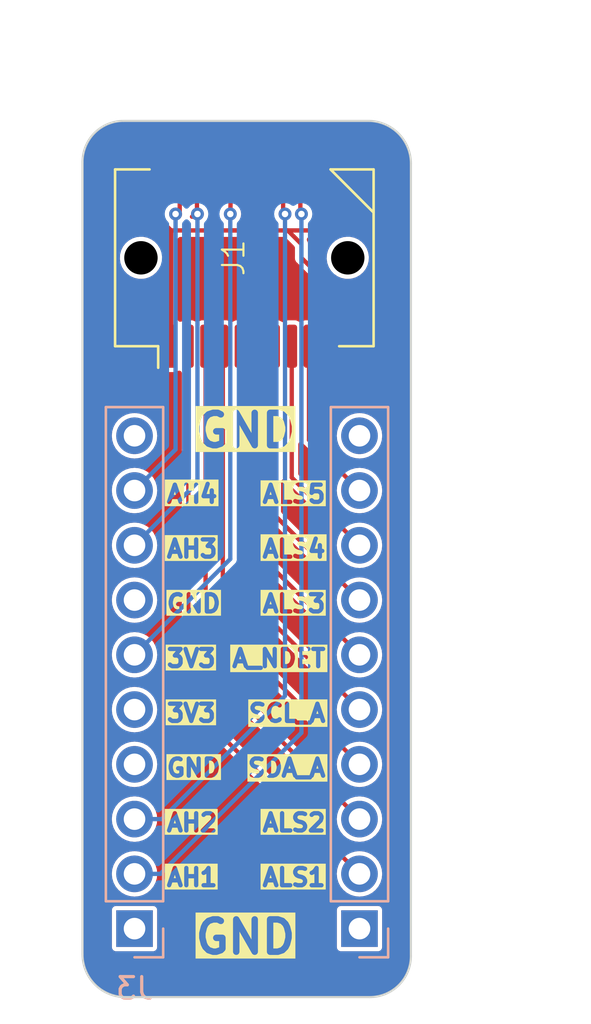
<source format=kicad_pcb>
(kicad_pcb (version 20221018) (generator pcbnew)
  (layers (0 "F.Cu" signal) (31 "B.Cu" signal) (34 "B.Paste" user) (35 "F.Paste" user) (36 "B.SilkS" user "B.Silkscreen") (37 "F.SilkS" user "F.Silkscreen") (38 "B.Mask" user) (39 "F.Mask" user) (44 "Edge.Cuts" user))
  (net 0 "")
  (net 1 "/GND")
  (net 2 "/LS1")
  (net 3 "/LS2")
  (net 4 "/SDA")
  (net 5 "/SCL")
  (net 6 "/DET")
  (net 7 "/LS3")
  (net 8 "/LS4")
  (net 9 "/LS5")
  (net 10 "/HS1")
  (net 11 "/AH2")
  (net 12 "/PORTA_3V3")
  (net 13 "/AH3")
  (net 14 "/AH4")
  (footprint "tildagon:SFP" (layer "F.Cu") (at 81.17095 57.15 90)
    (fp_text reference "J1" (at 0 -0.5 90 unlocked) (layer "F.SilkS") (effects (font (thickness 0.1))))
    (fp_text value "Conn_02x10_Counter_Clockwise")
    (fp_line (start -4.1 -6) (end -4.1 -4) (stroke (width 0.12)) (layer "F.SilkS"))
    (fp_line (start -4.1 -4) (end -5.1 -4) (stroke (width 0.12)) (layer "F.SilkS"))
    (fp_line (start -4.1 4.4) (end -4.1 6) (stroke (width 0.12)) (layer "F.SilkS"))
    (fp_line (start 2.1 6) (end 4.1 4) (stroke (width 0.12)) (layer "F.SilkS"))
    (fp_line (start 4.1 -6) (end -4.1 -6) (stroke (width 0.12)) (layer "F.SilkS"))
    (fp_line (start 4.1 -4.4) (end 4.1 -6) (stroke (width 0.12)) (layer "F.SilkS"))
    (fp_line (start 4.1 4) (end 4.1 6) (stroke (width 0.12)) (layer "F.SilkS"))
    (fp_line (start 4.1 6) (end -4.1 6) (stroke (width 0.12)) (layer "F.SilkS"))
    (pad "" np_thru_hole circle (at 0 -4.8 90) (size 2 2) (drill 1.55) (layers "*.Mask"))
    (pad "" np_thru_hole circle (at 0 4.8 90) (size 2 2) (drill 1.55) (layers "*.Mask"))
    (pad "1" smd roundrect (at -4.1 -3.4 90) (size 2 0.5) (layers "F.Cu" "F.Paste" "F.Mask") (net 1 "/GND"))
    (pad "2" smd roundrect (at -4.1 -2.6 90) (size 2 0.5) (layers "F.Cu" "F.Paste" "F.Mask") (net 2 "/LS1"))
    (pad "3" smd roundrect (at -4.1 -1.8 90) (size 2 0.5) (layers "F.Cu" "F.Paste" "F.Mask") (net 3 "/LS2"))
    (pad "4" smd roundrect (at -4.1 -1 90) (size 2 0.5) (layers "F.Cu" "F.Paste" "F.Mask") (net 4 "/SDA"))
    (pad "5" smd roundrect (at -4.1 -0.2 90) (size 2 0.5) (layers "F.Cu" "F.Paste" "F.Mask") (net 5 "/SCL"))
    (pad "6" smd roundrect (at -4.1 0.6 90) (size 2 0.5) (layers "F.Cu" "F.Paste" "F.Mask") (net 6 "/DET"))
    (pad "7" smd roundrect (at -4.1 1.4 90) (size 2 0.5) (layers "F.Cu" "F.Paste" "F.Mask") (net 7 "/LS3"))
    (pad "8" smd roundrect (at -4.1 2.2 90) (size 2 0.5) (layers "F.Cu" "F.Paste" "F.Mask") (net 8 "/LS4"))
    (pad "9" smd roundrect (at -4.1 3 90) (size 2 0.5) (layers "F.Cu" "F.Paste" "F.Mask") (net 9 "/LS5"))
    (pad "10" smd roundrect (at -4.1 3.8 90) (size 2 0.5) (layers "F.Cu" "F.Paste" "F.Mask") (net 1 "/GND"))
    (pad "11" smd roundrect (at 4.1 3.4 90) (size 2 0.5) (layers "F.Cu" "F.Paste" "F.Mask") (net 1 "/GND"))
    (pad "12" smd roundrect (at 4.1 2.6 90) (size 2 0.5) (layers "F.Cu" "F.Paste" "F.Mask") (net 10 "/HS1"))
    (pad "13" smd roundrect (at 4.1 1.8 90) (size 2 0.5) (layers "F.Cu" "F.Paste" "F.Mask") (net 11 "/AH2"))
    (pad "14" smd roundrect (at 4.1 1 90) (size 2 0.5) (layers "F.Cu" "F.Paste" "F.Mask") (net 1 "/GND"))
    (pad "15" smd roundrect (at 4.1 0.2 90) (size 2 0.5) (layers "F.Cu" "F.Paste" "F.Mask") (net 12 "/PORTA_3V3"))
    (pad "16" smd roundrect (at 4.1 -0.6 90) (size 2 0.5) (layers "F.Cu" "F.Paste" "F.Mask") (net 12 "/PORTA_3V3"))
    (pad "17" smd roundrect (at 4.1 -1.4 90) (size 2 0.5) (layers "F.Cu" "F.Paste" "F.Mask") (net 1 "/GND"))
    (pad "18" smd roundrect (at 4.1 -2.2 90) (size 2 0.5) (layers "F.Cu" "F.Paste" "F.Mask") (net 13 "/AH3"))
    (pad "19" smd roundrect (at 4.1 -3 90) (size 2 0.5) (layers "F.Cu" "F.Paste" "F.Mask") (net 14 "/AH4"))
    (pad "20" smd roundrect (at 4.1 -3.8 90) (size 2 0.5) (layers "F.Cu" "F.Paste" "F.Mask") (net 1 "/GND"))
  )
  (footprint "Connector_PinSocket_2.54mm:PinSocket_1x10_P2.54mm_Vertical" (layer "B.Cu") (at 76.072997 88.264999)
    (fp_text reference "J3" (at 0 2.77) (layer "B.SilkS") (effects (justify mirror)))
    (fp_text value "Conn_01x10_Pin")
    (fp_line (start -1.33 -24.19) (end 1.33 -24.19) (stroke (width 0.12)) (layer "B.SilkS"))
    (fp_line (start -1.33 -1.27) (end -1.33 -24.19) (stroke (width 0.12)) (layer "B.SilkS"))
    (fp_line (start -1.33 -1.27) (end 1.33 -1.27) (stroke (width 0.12)) (layer "B.SilkS"))
    (fp_line (start 0 1.33) (end 1.33 1.33) (stroke (width 0.12)) (layer "B.SilkS"))
    (fp_line (start 1.33 -1.27) (end 1.33 -24.19) (stroke (width 0.12)) (layer "B.SilkS"))
    (fp_line (start 1.33 1.33) (end 1.33 0) (stroke (width 0.12)) (layer "B.SilkS"))
    (pad "1" thru_hole rect (at 0 0) (size 1.7 1.7) (drill 1) (layers "*.Cu" "*.Mask") (net 1 "/GND"))
    (pad "2" thru_hole oval (at 0 -2.54) (size 1.7 1.7) (drill 1) (layers "*.Cu" "*.Mask") (net 10 "/HS1"))
    (pad "3" thru_hole oval (at 0 -5.08) (size 1.7 1.7) (drill 1) (layers "*.Cu" "*.Mask") (net 11 "/AH2"))
    (pad "4" thru_hole oval (at 0 -7.62) (size 1.7 1.7) (drill 1) (layers "*.Cu" "*.Mask") (net 1 "/GND"))
    (pad "5" thru_hole oval (at 0 -10.16) (size 1.7 1.7) (drill 1) (layers "*.Cu" "*.Mask") (net 12 "/PORTA_3V3"))
    (pad "6" thru_hole oval (at 0 -12.7) (size 1.7 1.7) (drill 1) (layers "*.Cu" "*.Mask") (net 12 "/PORTA_3V3"))
    (pad "7" thru_hole oval (at 0 -15.24) (size 1.7 1.7) (drill 1) (layers "*.Cu" "*.Mask") (net 1 "/GND"))
    (pad "8" thru_hole oval (at 0 -17.78) (size 1.7 1.7) (drill 1) (layers "*.Cu" "*.Mask") (net 13 "/AH3"))
    (pad "9" thru_hole oval (at 0 -20.32) (size 1.7 1.7) (drill 1) (layers "*.Cu" "*.Mask") (net 14 "/AH4"))
    (pad "10" thru_hole oval (at 0 -22.86) (size 1.7 1.7) (drill 1) (layers "*.Cu" "*.Mask") (net 1 "/GND"))
  )
  (footprint "Connector_PinSocket_2.54mm:PinSocket_1x10_P2.54mm_Vertical" (layer "B.Cu") (at 86.514997 88.265001)
    (fp_text reference "J2" hide)
    (fp_text value "Conn_01x10_Pin")
    (fp_line (start -1.33 -24.19) (end 1.33 -24.19) (stroke (width 0.12)) (layer "B.SilkS"))
    (fp_line (start -1.33 -1.27) (end -1.33 -24.19) (stroke (width 0.12)) (layer "B.SilkS"))
    (fp_line (start -1.33 -1.27) (end 1.33 -1.27) (stroke (width 0.12)) (layer "B.SilkS"))
    (fp_line (start 0 1.33) (end 1.33 1.33) (stroke (width 0.12)) (layer "B.SilkS"))
    (fp_line (start 1.33 -1.27) (end 1.33 -24.19) (stroke (width 0.12)) (layer "B.SilkS"))
    (fp_line (start 1.33 1.33) (end 1.33 0) (stroke (width 0.12)) (layer "B.SilkS"))
    (pad "1" thru_hole rect (at 0 0) (size 1.7 1.7) (drill 1) (layers "*.Cu" "*.Mask") (net 1 "/GND"))
    (pad "2" thru_hole oval (at 0 -2.54) (size 1.7 1.7) (drill 1) (layers "*.Cu" "*.Mask") (net 2 "/LS1"))
    (pad "3" thru_hole oval (at 0 -5.08) (size 1.7 1.7) (drill 1) (layers "*.Cu" "*.Mask") (net 3 "/LS2"))
    (pad "4" thru_hole oval (at 0 -7.62) (size 1.7 1.7) (drill 1) (layers "*.Cu" "*.Mask") (net 4 "/SDA"))
    (pad "5" thru_hole oval (at 0 -10.16) (size 1.7 1.7) (drill 1) (layers "*.Cu" "*.Mask") (net 5 "/SCL"))
    (pad "6" thru_hole oval (at 0 -12.7) (size 1.7 1.7) (drill 1) (layers "*.Cu" "*.Mask") (net 6 "/DET"))
    (pad "7" thru_hole oval (at 0 -15.24) (size 1.7 1.7) (drill 1) (layers "*.Cu" "*.Mask") (net 7 "/LS3"))
    (pad "8" thru_hole oval (at 0 -17.78) (size 1.7 1.7) (drill 1) (layers "*.Cu" "*.Mask") (net 8 "/LS4"))
    (pad "9" thru_hole oval (at 0 -20.32) (size 1.7 1.7) (drill 1) (layers "*.Cu" "*.Mask") (net 9 "/LS5"))
    (pad "10" thru_hole oval (at 0 -22.86) (size 1.7 1.7) (drill 1) (layers "*.Cu" "*.Mask") (net 1 "/GND"))
  )
  (gr_arc (start 75.642039 91.44) (mid 74.240526 90.859475) (end 73.66 89.457963) (stroke (width 0.1)) (layer "Edge.Cuts"))
  (gr_arc (start 88.9 89.535) (mid 88.342038 90.882038) (end 86.995 91.44) (stroke (width 0.1)) (layer "Edge.Cuts"))
  (gr_arc (start 73.66 52.705) (mid 74.217961 51.357961) (end 75.565 50.8) (stroke (width 0.1)) (layer "Edge.Cuts"))
  (gr_line (start 75.642039 91.44) (end 86.995 91.44) (stroke (width 0.1)) (layer "Edge.Cuts"))
  (gr_line (start 75.565 50.8) (end 86.995 50.8) (stroke (width 0.1)) (layer "Edge.Cuts"))
  (gr_arc (start 86.995 50.800001) (mid 88.34751 51.406974) (end 88.901498 52.782036) (stroke (width 0.1)) (layer "Edge.Cuts"))
  (gr_line (start 73.66 52.705) (end 73.66 89.457963) (stroke (width 0.1)) (layer "Edge.Cuts"))
  (gr_line (start 88.901498 52.782036) (end 88.9 89.535) (stroke (width 0.1)) (layer "Edge.Cuts"))
  (gr_text "GND\n" (at 77.47 73.66) (layer "F.SilkS" knockout) (effects (font (size 0.8 0.8) (thickness 0.2) bold) (justify left bottom)))
  (gr_text "AH1" (at 77.47 86.36) (layer "F.SilkS" knockout) (effects (font (size 0.8 0.8) (thickness 0.2) bold) (justify left bottom)))
  (gr_text "3V3" (at 77.47 76.2) (layer "F.SilkS" knockout) (effects (font (size 0.8 0.8) (thickness 0.2) bold) (justify left bottom)))
  (gr_text "GND" (at 78.74 89.535) (layer "F.SilkS" knockout) (effects (font (size 1.5 1.5) (thickness 0.3) bold) (justify left bottom)))
  (gr_text "ALS4" (at 81.915 71.119997) (layer "F.SilkS" knockout) (effects (font (size 0.8 0.8) (thickness 0.2) bold) (justify left bottom)))
  (gr_text "3V3" (at 77.47 78.74) (layer "F.SilkS" knockout) (effects (font (size 0.8 0.8) (thickness 0.2) bold) (justify left bottom)))
  (gr_text "ALS2" (at 81.915 83.819997) (layer "F.SilkS" knockout) (effects (font (size 0.8 0.8) (thickness 0.2) bold) (justify left bottom)))
  (gr_text "ALS3" (at 81.915 73.659997) (layer "F.SilkS" knockout) (effects (font (size 0.8 0.8) (thickness 0.2) bold) (justify left bottom)))
  (gr_text "AH4" (at 77.47 68.58) (layer "F.SilkS" knockout) (effects (font (size 0.8 0.8) (thickness 0.2) bold) (justify left bottom)))
  (gr_text "ALS5" (at 81.915 68.579997) (layer "F.SilkS" knockout) (effects (font (size 0.8 0.8) (thickness 0.2) bold) (justify left bottom)))
  (gr_text "AH3" (at 77.47 71.12) (layer "F.SilkS" knockout) (effects (font (size 0.8 0.8) (thickness 0.2) bold) (justify left bottom)))
  (gr_text "AH2" (at 77.47 83.82) (layer "F.SilkS" knockout) (effects (font (size 0.8 0.8) (thickness 0.2) bold) (justify left bottom)))
  (gr_text "GND" (at 78.74 66.04) (layer "F.SilkS" knockout) (effects (font (size 1.5 1.5) (thickness 0.3) bold) (justify left bottom)))
  (gr_text "SDA_A" (at 81.229286 81.280001) (layer "F.SilkS" knockout) (effects (font (size 0.8 0.8) (thickness 0.2) bold) (justify left bottom)))
  (gr_text "ALS1" (at 81.915 86.36) (layer "F.SilkS" knockout) (effects (font (size 0.8 0.8) (thickness 0.2) bold) (justify left bottom)))
  (gr_text "SCL_A" (at 81.267381 78.739995) (layer "F.SilkS" knockout) (effects (font (size 0.8 0.8) (thickness 0.2) bold) (justify left bottom)))
  (gr_text "GND" (at 77.47 81.28) (layer "F.SilkS" knockout) (effects (font (size 0.8 0.8) (thickness 0.2) bold) (justify left bottom)))
  (gr_text "A_NDET" (at 80.505476 76.199997) (layer "F.SilkS" knockout) (effects (font (size 0.8 0.8) (thickness 0.2) bold) (justify left bottom)))
  (segment (start 81.53595 55.88) (end 82.17095 55.245) (width 0.2) (layer "F.Cu") (net 1))
  (segment (start 77.37095 53.05) (end 77.37095 55.48) (width 0.2) (layer "F.Cu") (net 1))
  (segment (start 84.97095 58.30095) (end 83.82 57.15) (width 0.2) (layer "F.Cu") (net 1))
  (segment (start 80.645 55.88) (end 81.53595 55.88) (width 0.2) (layer "F.Cu") (net 1))
  (segment (start 82.17095 55.245) (end 82.17095 53.05) (width 0.2) (layer "F.Cu") (net 1))
  (segment (start 83.82 57.15) (end 83.82 56.515) (width 0.2) (layer "F.Cu") (net 1))
  (segment (start 83.82 56.515) (end 83.185 55.88) (width 0.2) (layer "F.Cu") (net 1))
  (segment (start 79.375 55.88) (end 77.77095 55.88) (width 0.2) (layer "F.Cu") (net 1))
  (segment (start 79.77095 53.05) (end 79.77095 55.48405) (width 0.2) (layer "F.Cu") (net 1))
  (segment (start 83.185 55.88) (end 79.375 55.88) (width 0.2) (layer "F.Cu") (net 1))
  (segment (start 77.37095 55.48) (end 77.77095 55.88) (width 0.2) (layer "F.Cu") (net 1))
  (segment (start 84.57095 53.05) (end 84.57095 55.76405) (width 0.2) (layer "F.Cu") (net 1))
  (segment (start 79.77095 55.48405) (end 79.375 55.88) (width 0.2) (layer "F.Cu") (net 1))
  (segment (start 77.77095 55.88) (end 77.77095 61.25) (width 0.2) (layer "F.Cu") (net 1))
  (segment (start 84.97095 61.25) (end 84.97095 58.30095) (width 0.2) (layer "F.Cu") (net 1))
  (segment (start 84.455 55.88) (end 83.185 55.88) (width 0.2) (layer "F.Cu") (net 1))
  (segment (start 84.57095 55.76405) (end 84.455 55.88) (width 0.2) (layer "F.Cu") (net 1))
  (segment (start 78.57095 77.780954) (end 86.514997 85.725001) (width 0.2) (layer "F.Cu") (net 2))
  (segment (start 78.57095 61.25) (end 78.57095 77.780954) (width 0.2) (layer "F.Cu") (net 2))
  (segment (start 79.37095 76.040954) (end 86.514997 83.185001) (width 0.2) (layer "F.Cu") (net 3))
  (segment (start 79.37095 61.25) (end 79.37095 76.040954) (width 0.2) (layer "F.Cu") (net 3))
  (segment (start 80.17095 74.300954) (end 86.514997 80.645001) (width 0.2) (layer "F.Cu") (net 4))
  (segment (start 80.17095 61.25) (end 80.17095 74.300954) (width 0.2) (layer "F.Cu") (net 4))
  (segment (start 80.97095 72.560954) (end 86.514997 78.105001) (width 0.2) (layer "F.Cu") (net 5))
  (segment (start 80.97095 61.25) (end 80.97095 72.560954) (width 0.2) (layer "F.Cu") (net 5))
  (segment (start 81.77095 61.25) (end 81.77095 70.820954) (width 0.2) (layer "F.Cu") (net 6))
  (segment (start 81.77095 70.820954) (end 86.514997 75.565001) (width 0.2) (layer "F.Cu") (net 6))
  (segment (start 82.57095 61.25) (end 82.57095 69.080954) (width 0.2) (layer "F.Cu") (net 7))
  (segment (start 82.57095 69.080954) (end 86.514997 73.025001) (width 0.2) (layer "F.Cu") (net 7))
  (segment (start 83.37095 61.25) (end 83.37095 61.40905) (width 0.2) (layer "F.Cu") (net 8))
  (segment (start 83.37095 61.40905) (end 83.185 61.595) (width 0.2) (layer "F.Cu") (net 8))
  (segment (start 83.37095 67.340954) (end 86.514997 70.485001) (width 0.2) (layer "F.Cu") (net 8))
  (segment (start 83.37095 61.25) (end 83.37095 67.340954) (width 0.2) (layer "F.Cu") (net 8))
  (segment (start 84.17095 61.25) (end 84.17095 65.600954) (width 0.2) (layer "F.Cu") (net 9))
  (segment (start 84.17095 65.600954) (end 86.514997 67.945001) (width 0.2) (layer "F.Cu") (net 9))
  (segment (start 83.77095 55.16705) (end 83.77095 55.19595) (width 0.2) (layer "F.Cu") (net 10))
  (segment (start 83.82 55.118) (end 83.77095 55.16705) (width 0.2) (layer "F.Cu") (net 10))
  (segment (start 83.77095 55.06895) (end 83.82 55.118) (width 0.2) (layer "F.Cu") (net 10))
  (segment (start 83.77095 53.05) (end 83.77095 55.06895) (width 0.2) (layer "F.Cu") (net 10))
  (via (at 83.82 55.118) (size 0.6) (drill 0.3) (layers "F.Cu" "B.Cu") (net 10))
  (segment (start 77.275078 85.724999) (end 76.072997 85.724999) (width 0.2) (layer "B.Cu") (net 10))
  (segment (start 83.82 79.180077) (end 77.275078 85.724999) (width 0.2) (layer "B.Cu") (net 10))
  (segment (start 83.82 55.118) (end 83.82 79.180077) (width 0.2) (layer "B.Cu") (net 10))
  (segment (start 82.97095 55.03095) (end 83.058 55.118) (width 0.2) (layer "F.Cu") (net 11))
  (segment (start 82.97095 53.05) (end 82.97095 55.03095) (width 0.2) (layer "F.Cu") (net 11))
  (segment (start 83.058 55.118) (end 83.185 55.245) (width 0.2) (layer "F.Cu") (net 11))
  (via (at 83.058 55.118) (size 0.6) (drill 0.3) (layers "F.Cu" "B.Cu") (net 11))
  (segment (start 77.343001 83.184999) (end 76.072997 83.184999) (width 0.2) (layer "B.Cu") (net 11))
  (segment (start 83.058 77.47) (end 77.343001 83.184999) (width 0.2) (layer "B.Cu") (net 11))
  (segment (start 83.058 55.118) (end 83.058 77.47) (width 0.2) (layer "B.Cu") (net 11))
  (segment (start 80.57095 53.05) (end 81.37095 53.05) (width 0.2) (layer "F.Cu") (net 12))
  (segment (start 80.57095 55.17095) (end 80.645 55.245) (width 0.2) (layer "F.Cu") (net 12))
  (segment (start 80.57095 53.05) (end 80.518 55.118) (width 0.2) (layer "F.Cu") (net 12))
  (segment (start 80.518 55.118) (end 80.57095 55.17095) (width 0.2) (layer "F.Cu") (net 12))
  (via (at 80.518 55.118) (size 0.6) (drill 0.3) (layers "F.Cu" "B.Cu") (net 12))
  (segment (start 80.518 55.118) (end 80.518 71.119996) (width 0.2) (layer "B.Cu") (net 12))
  (segment (start 80.518 71.119996) (end 76.072997 75.564999) (width 0.2) (layer "B.Cu") (net 12))
  (segment (start 78.97095 55.01405) (end 78.994 54.991) (width 0.2) (layer "F.Cu") (net 13))
  (segment (start 78.97095 53.05) (end 78.97095 55.01405) (width 0.2) (layer "F.Cu") (net 13))
  (segment (start 78.994 55.118) (end 78.867 55.118) (width 0.2) (layer "F.Cu") (net 13))
  (segment (start 78.994 54.991) (end 78.994 55.118) (width 0.2) (layer "F.Cu") (net 13))
  (segment (start 78.867 55.118) (end 78.74 55.245) (width 0.2) (layer "F.Cu") (net 13))
  (via (at 78.994 55.118) (size 0.6) (drill 0.3) (layers "F.Cu" "B.Cu") (net 13))
  (segment (start 76.072997 70.484999) (end 78.994 67.563996) (width 0.2) (layer "B.Cu") (net 13))
  (segment (start 78.994 67.563996) (end 78.994 55.118) (width 0.2) (layer "B.Cu") (net 13))
  (segment (start 78.17095 53.05) (end 78.17095 55.17905) (width 0.2) (layer "F.Cu") (net 14))
  (segment (start 78.17095 55.17905) (end 77.978 55.118) (width 0.2) (layer "F.Cu") (net 14))
  (segment (start 78.160949 54.06) (end 78.105 54.06) (width 0.2) (layer "F.Cu") (net 14))
  (segment (start 78.17095 53.05) (end 78.17095 54.049999) (width 0.2) (layer "F.Cu") (net 14))
  (segment (start 78.17095 54.049999) (end 78.160949 54.06) (width 0.2) (layer "F.Cu") (net 14))
  (segment (start 77.978 55.118) (end 78.105 55.245) (width 0.2) (layer "F.Cu") (net 14))
  (via (at 77.978 55.118) (size 0.6) (drill 0.3) (layers "F.Cu" "B.Cu") (net 14))
  (segment (start 77.978 66.039996) (end 76.072997 67.944999) (width 0.2) (layer "B.Cu") (net 14))
  (segment (start 77.978 55.118) (end 77.978 66.039996) (width 0.2) (layer "B.Cu") (net 14))
  (zone (net 0) (net_name "") (layers "F&B.Cu") (priority 1) (connect_pads (clearance 0.2)) (min_thickness 0.25) (fill yes (thermal_gap 0.5) (thermal_bridge_width 0.5) (island_removal_mode 1) (island_area_min 10))
    (polygon (pts (xy 69.85 45.72) (xy 97.282 45.72) (xy 97.155 92.71) (xy 69.85 92.71)))
  )
)
</source>
